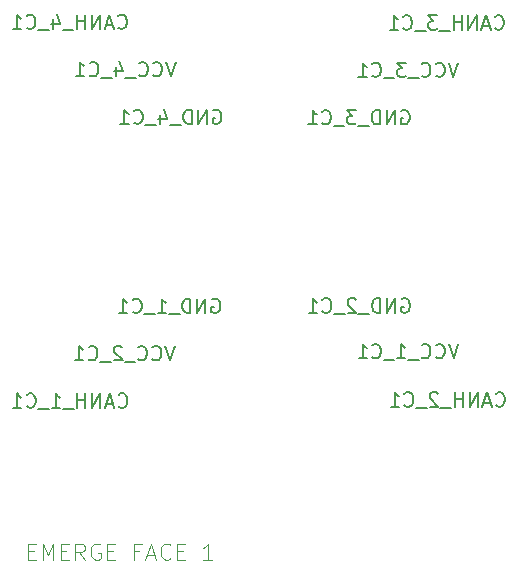
<source format=gbr>
G04 #@! TF.FileFunction,Legend,Bot*
%FSLAX46Y46*%
G04 Gerber Fmt 4.6, Leading zero omitted, Abs format (unit mm)*
G04 Created by KiCad (PCBNEW 4.0.6) date 05/08/17 07:32:33*
%MOMM*%
%LPD*%
G01*
G04 APERTURE LIST*
%ADD10C,0.100000*%
%ADD11C,0.113792*%
%ADD12C,0.127000*%
G04 APERTURE END LIST*
D10*
D11*
X211920833Y-131749140D02*
X212371260Y-131749140D01*
X212564300Y-132456953D02*
X211920833Y-132456953D01*
X211920833Y-131105673D01*
X212564300Y-131105673D01*
X213143420Y-132456953D02*
X213143420Y-131105673D01*
X213593847Y-132070873D01*
X214044274Y-131105673D01*
X214044274Y-132456953D01*
X214687740Y-131749140D02*
X215138167Y-131749140D01*
X215331207Y-132456953D02*
X214687740Y-132456953D01*
X214687740Y-131105673D01*
X215331207Y-131105673D01*
X216682487Y-132456953D02*
X216232061Y-131813487D01*
X215910327Y-132456953D02*
X215910327Y-131105673D01*
X216425101Y-131105673D01*
X216553794Y-131170020D01*
X216618141Y-131234367D01*
X216682487Y-131363060D01*
X216682487Y-131556100D01*
X216618141Y-131684793D01*
X216553794Y-131749140D01*
X216425101Y-131813487D01*
X215910327Y-131813487D01*
X217969421Y-131170020D02*
X217840727Y-131105673D01*
X217647687Y-131105673D01*
X217454647Y-131170020D01*
X217325954Y-131298713D01*
X217261607Y-131427407D01*
X217197261Y-131684793D01*
X217197261Y-131877833D01*
X217261607Y-132135220D01*
X217325954Y-132263913D01*
X217454647Y-132392607D01*
X217647687Y-132456953D01*
X217776381Y-132456953D01*
X217969421Y-132392607D01*
X218033767Y-132328260D01*
X218033767Y-131877833D01*
X217776381Y-131877833D01*
X218612887Y-131749140D02*
X219063314Y-131749140D01*
X219256354Y-132456953D02*
X218612887Y-132456953D01*
X218612887Y-131105673D01*
X219256354Y-131105673D01*
X221315448Y-131749140D02*
X220865021Y-131749140D01*
X220865021Y-132456953D02*
X220865021Y-131105673D01*
X221508488Y-131105673D01*
X221958915Y-132070873D02*
X222602381Y-132070873D01*
X221830221Y-132456953D02*
X222280648Y-131105673D01*
X222731075Y-132456953D01*
X223953661Y-132328260D02*
X223889315Y-132392607D01*
X223696275Y-132456953D01*
X223567581Y-132456953D01*
X223374541Y-132392607D01*
X223245848Y-132263913D01*
X223181501Y-132135220D01*
X223117155Y-131877833D01*
X223117155Y-131684793D01*
X223181501Y-131427407D01*
X223245848Y-131298713D01*
X223374541Y-131170020D01*
X223567581Y-131105673D01*
X223696275Y-131105673D01*
X223889315Y-131170020D01*
X223953661Y-131234367D01*
X224532781Y-131749140D02*
X224983208Y-131749140D01*
X225176248Y-132456953D02*
X224532781Y-132456953D01*
X224532781Y-131105673D01*
X225176248Y-131105673D01*
X227492729Y-132456953D02*
X226720569Y-132456953D01*
X227106649Y-132456953D02*
X227106649Y-131105673D01*
X226977955Y-131298713D01*
X226849262Y-131427407D01*
X226720569Y-131491753D01*
D12*
X224322195Y-114370948D02*
X223920029Y-115577448D01*
X223517862Y-114370948D01*
X222426267Y-115462543D02*
X222483719Y-115519995D01*
X222656076Y-115577448D01*
X222770981Y-115577448D01*
X222943338Y-115519995D01*
X223058243Y-115405090D01*
X223115695Y-115290186D01*
X223173147Y-115060376D01*
X223173147Y-114888019D01*
X223115695Y-114658210D01*
X223058243Y-114543305D01*
X222943338Y-114428400D01*
X222770981Y-114370948D01*
X222656076Y-114370948D01*
X222483719Y-114428400D01*
X222426267Y-114485852D01*
X221219767Y-115462543D02*
X221277219Y-115519995D01*
X221449576Y-115577448D01*
X221564481Y-115577448D01*
X221736838Y-115519995D01*
X221851743Y-115405090D01*
X221909195Y-115290186D01*
X221966647Y-115060376D01*
X221966647Y-114888019D01*
X221909195Y-114658210D01*
X221851743Y-114543305D01*
X221736838Y-114428400D01*
X221564481Y-114370948D01*
X221449576Y-114370948D01*
X221277219Y-114428400D01*
X221219767Y-114485852D01*
X220989957Y-115692352D02*
X220070719Y-115692352D01*
X219840909Y-114485852D02*
X219783457Y-114428400D01*
X219668552Y-114370948D01*
X219381290Y-114370948D01*
X219266386Y-114428400D01*
X219208933Y-114485852D01*
X219151481Y-114600757D01*
X219151481Y-114715662D01*
X219208933Y-114888019D01*
X219898362Y-115577448D01*
X219151481Y-115577448D01*
X218921671Y-115692352D02*
X218002433Y-115692352D01*
X217025743Y-115462543D02*
X217083195Y-115519995D01*
X217255552Y-115577448D01*
X217370457Y-115577448D01*
X217542814Y-115519995D01*
X217657719Y-115405090D01*
X217715171Y-115290186D01*
X217772623Y-115060376D01*
X217772623Y-114888019D01*
X217715171Y-114658210D01*
X217657719Y-114543305D01*
X217542814Y-114428400D01*
X217370457Y-114370948D01*
X217255552Y-114370948D01*
X217083195Y-114428400D01*
X217025743Y-114485852D01*
X215876695Y-115577448D02*
X216566123Y-115577448D01*
X216221409Y-115577448D02*
X216221409Y-114370948D01*
X216336314Y-114543305D01*
X216451219Y-114658210D01*
X216566123Y-114715662D01*
X248318195Y-114195948D02*
X247916029Y-115402448D01*
X247513862Y-114195948D01*
X246422267Y-115287543D02*
X246479719Y-115344995D01*
X246652076Y-115402448D01*
X246766981Y-115402448D01*
X246939338Y-115344995D01*
X247054243Y-115230090D01*
X247111695Y-115115186D01*
X247169147Y-114885376D01*
X247169147Y-114713019D01*
X247111695Y-114483210D01*
X247054243Y-114368305D01*
X246939338Y-114253400D01*
X246766981Y-114195948D01*
X246652076Y-114195948D01*
X246479719Y-114253400D01*
X246422267Y-114310852D01*
X245215767Y-115287543D02*
X245273219Y-115344995D01*
X245445576Y-115402448D01*
X245560481Y-115402448D01*
X245732838Y-115344995D01*
X245847743Y-115230090D01*
X245905195Y-115115186D01*
X245962647Y-114885376D01*
X245962647Y-114713019D01*
X245905195Y-114483210D01*
X245847743Y-114368305D01*
X245732838Y-114253400D01*
X245560481Y-114195948D01*
X245445576Y-114195948D01*
X245273219Y-114253400D01*
X245215767Y-114310852D01*
X244985957Y-115517352D02*
X244066719Y-115517352D01*
X243147481Y-115402448D02*
X243836909Y-115402448D01*
X243492195Y-115402448D02*
X243492195Y-114195948D01*
X243607100Y-114368305D01*
X243722005Y-114483210D01*
X243836909Y-114540662D01*
X242917671Y-115517352D02*
X241998433Y-115517352D01*
X241021743Y-115287543D02*
X241079195Y-115344995D01*
X241251552Y-115402448D01*
X241366457Y-115402448D01*
X241538814Y-115344995D01*
X241653719Y-115230090D01*
X241711171Y-115115186D01*
X241768623Y-114885376D01*
X241768623Y-114713019D01*
X241711171Y-114483210D01*
X241653719Y-114368305D01*
X241538814Y-114253400D01*
X241366457Y-114195948D01*
X241251552Y-114195948D01*
X241079195Y-114253400D01*
X241021743Y-114310852D01*
X239872695Y-115402448D02*
X240562123Y-115402448D01*
X240217409Y-115402448D02*
X240217409Y-114195948D01*
X240332314Y-114368305D01*
X240447219Y-114483210D01*
X240562123Y-114540662D01*
X248315195Y-90379948D02*
X247913029Y-91586448D01*
X247510862Y-90379948D01*
X246419267Y-91471543D02*
X246476719Y-91528995D01*
X246649076Y-91586448D01*
X246763981Y-91586448D01*
X246936338Y-91528995D01*
X247051243Y-91414090D01*
X247108695Y-91299186D01*
X247166147Y-91069376D01*
X247166147Y-90897019D01*
X247108695Y-90667210D01*
X247051243Y-90552305D01*
X246936338Y-90437400D01*
X246763981Y-90379948D01*
X246649076Y-90379948D01*
X246476719Y-90437400D01*
X246419267Y-90494852D01*
X245212767Y-91471543D02*
X245270219Y-91528995D01*
X245442576Y-91586448D01*
X245557481Y-91586448D01*
X245729838Y-91528995D01*
X245844743Y-91414090D01*
X245902195Y-91299186D01*
X245959647Y-91069376D01*
X245959647Y-90897019D01*
X245902195Y-90667210D01*
X245844743Y-90552305D01*
X245729838Y-90437400D01*
X245557481Y-90379948D01*
X245442576Y-90379948D01*
X245270219Y-90437400D01*
X245212767Y-90494852D01*
X244982957Y-91701352D02*
X244063719Y-91701352D01*
X243891362Y-90379948D02*
X243144481Y-90379948D01*
X243546648Y-90839567D01*
X243374290Y-90839567D01*
X243259386Y-90897019D01*
X243201933Y-90954471D01*
X243144481Y-91069376D01*
X243144481Y-91356638D01*
X243201933Y-91471543D01*
X243259386Y-91528995D01*
X243374290Y-91586448D01*
X243719005Y-91586448D01*
X243833909Y-91528995D01*
X243891362Y-91471543D01*
X242914671Y-91701352D02*
X241995433Y-91701352D01*
X241018743Y-91471543D02*
X241076195Y-91528995D01*
X241248552Y-91586448D01*
X241363457Y-91586448D01*
X241535814Y-91528995D01*
X241650719Y-91414090D01*
X241708171Y-91299186D01*
X241765623Y-91069376D01*
X241765623Y-90897019D01*
X241708171Y-90667210D01*
X241650719Y-90552305D01*
X241535814Y-90437400D01*
X241363457Y-90379948D01*
X241248552Y-90379948D01*
X241076195Y-90437400D01*
X241018743Y-90494852D01*
X239869695Y-91586448D02*
X240559123Y-91586448D01*
X240214409Y-91586448D02*
X240214409Y-90379948D01*
X240329314Y-90552305D01*
X240444219Y-90667210D01*
X240559123Y-90724662D01*
X224394195Y-90322948D02*
X223992029Y-91529448D01*
X223589862Y-90322948D01*
X222498267Y-91414543D02*
X222555719Y-91471995D01*
X222728076Y-91529448D01*
X222842981Y-91529448D01*
X223015338Y-91471995D01*
X223130243Y-91357090D01*
X223187695Y-91242186D01*
X223245147Y-91012376D01*
X223245147Y-90840019D01*
X223187695Y-90610210D01*
X223130243Y-90495305D01*
X223015338Y-90380400D01*
X222842981Y-90322948D01*
X222728076Y-90322948D01*
X222555719Y-90380400D01*
X222498267Y-90437852D01*
X221291767Y-91414543D02*
X221349219Y-91471995D01*
X221521576Y-91529448D01*
X221636481Y-91529448D01*
X221808838Y-91471995D01*
X221923743Y-91357090D01*
X221981195Y-91242186D01*
X222038647Y-91012376D01*
X222038647Y-90840019D01*
X221981195Y-90610210D01*
X221923743Y-90495305D01*
X221808838Y-90380400D01*
X221636481Y-90322948D01*
X221521576Y-90322948D01*
X221349219Y-90380400D01*
X221291767Y-90437852D01*
X221061957Y-91644352D02*
X220142719Y-91644352D01*
X219338386Y-90725114D02*
X219338386Y-91529448D01*
X219625648Y-90265495D02*
X219912909Y-91127281D01*
X219166029Y-91127281D01*
X218993671Y-91644352D02*
X218074433Y-91644352D01*
X217097743Y-91414543D02*
X217155195Y-91471995D01*
X217327552Y-91529448D01*
X217442457Y-91529448D01*
X217614814Y-91471995D01*
X217729719Y-91357090D01*
X217787171Y-91242186D01*
X217844623Y-91012376D01*
X217844623Y-90840019D01*
X217787171Y-90610210D01*
X217729719Y-90495305D01*
X217614814Y-90380400D01*
X217442457Y-90322948D01*
X217327552Y-90322948D01*
X217155195Y-90380400D01*
X217097743Y-90437852D01*
X215948695Y-91529448D02*
X216638123Y-91529448D01*
X216293409Y-91529448D02*
X216293409Y-90322948D01*
X216408314Y-90495305D01*
X216523219Y-90610210D01*
X216638123Y-90667662D01*
X243540862Y-110400400D02*
X243655767Y-110342948D01*
X243828124Y-110342948D01*
X244000481Y-110400400D01*
X244115386Y-110515305D01*
X244172838Y-110630210D01*
X244230290Y-110860019D01*
X244230290Y-111032376D01*
X244172838Y-111262186D01*
X244115386Y-111377090D01*
X244000481Y-111491995D01*
X243828124Y-111549448D01*
X243713219Y-111549448D01*
X243540862Y-111491995D01*
X243483410Y-111434543D01*
X243483410Y-111032376D01*
X243713219Y-111032376D01*
X242966338Y-111549448D02*
X242966338Y-110342948D01*
X242276910Y-111549448D01*
X242276910Y-110342948D01*
X241702386Y-111549448D02*
X241702386Y-110342948D01*
X241415124Y-110342948D01*
X241242767Y-110400400D01*
X241127862Y-110515305D01*
X241070410Y-110630210D01*
X241012958Y-110860019D01*
X241012958Y-111032376D01*
X241070410Y-111262186D01*
X241127862Y-111377090D01*
X241242767Y-111491995D01*
X241415124Y-111549448D01*
X241702386Y-111549448D01*
X240783148Y-111664352D02*
X239863910Y-111664352D01*
X239634100Y-110457852D02*
X239576648Y-110400400D01*
X239461743Y-110342948D01*
X239174481Y-110342948D01*
X239059577Y-110400400D01*
X239002124Y-110457852D01*
X238944672Y-110572757D01*
X238944672Y-110687662D01*
X239002124Y-110860019D01*
X239691553Y-111549448D01*
X238944672Y-111549448D01*
X238714862Y-111664352D02*
X237795624Y-111664352D01*
X236818934Y-111434543D02*
X236876386Y-111491995D01*
X237048743Y-111549448D01*
X237163648Y-111549448D01*
X237336005Y-111491995D01*
X237450910Y-111377090D01*
X237508362Y-111262186D01*
X237565814Y-111032376D01*
X237565814Y-110860019D01*
X237508362Y-110630210D01*
X237450910Y-110515305D01*
X237336005Y-110400400D01*
X237163648Y-110342948D01*
X237048743Y-110342948D01*
X236876386Y-110400400D01*
X236818934Y-110457852D01*
X235669886Y-111549448D02*
X236359314Y-111549448D01*
X236014600Y-111549448D02*
X236014600Y-110342948D01*
X236129505Y-110515305D01*
X236244410Y-110630210D01*
X236359314Y-110687662D01*
X227480862Y-110428400D02*
X227595767Y-110370948D01*
X227768124Y-110370948D01*
X227940481Y-110428400D01*
X228055386Y-110543305D01*
X228112838Y-110658210D01*
X228170290Y-110888019D01*
X228170290Y-111060376D01*
X228112838Y-111290186D01*
X228055386Y-111405090D01*
X227940481Y-111519995D01*
X227768124Y-111577448D01*
X227653219Y-111577448D01*
X227480862Y-111519995D01*
X227423410Y-111462543D01*
X227423410Y-111060376D01*
X227653219Y-111060376D01*
X226906338Y-111577448D02*
X226906338Y-110370948D01*
X226216910Y-111577448D01*
X226216910Y-110370948D01*
X225642386Y-111577448D02*
X225642386Y-110370948D01*
X225355124Y-110370948D01*
X225182767Y-110428400D01*
X225067862Y-110543305D01*
X225010410Y-110658210D01*
X224952958Y-110888019D01*
X224952958Y-111060376D01*
X225010410Y-111290186D01*
X225067862Y-111405090D01*
X225182767Y-111519995D01*
X225355124Y-111577448D01*
X225642386Y-111577448D01*
X224723148Y-111692352D02*
X223803910Y-111692352D01*
X222884672Y-111577448D02*
X223574100Y-111577448D01*
X223229386Y-111577448D02*
X223229386Y-110370948D01*
X223344291Y-110543305D01*
X223459196Y-110658210D01*
X223574100Y-110715662D01*
X222654862Y-111692352D02*
X221735624Y-111692352D01*
X220758934Y-111462543D02*
X220816386Y-111519995D01*
X220988743Y-111577448D01*
X221103648Y-111577448D01*
X221276005Y-111519995D01*
X221390910Y-111405090D01*
X221448362Y-111290186D01*
X221505814Y-111060376D01*
X221505814Y-110888019D01*
X221448362Y-110658210D01*
X221390910Y-110543305D01*
X221276005Y-110428400D01*
X221103648Y-110370948D01*
X220988743Y-110370948D01*
X220816386Y-110428400D01*
X220758934Y-110485852D01*
X219609886Y-111577448D02*
X220299314Y-111577448D01*
X219954600Y-111577448D02*
X219954600Y-110370948D01*
X220069505Y-110543305D01*
X220184410Y-110658210D01*
X220299314Y-110715662D01*
X243507862Y-94465400D02*
X243622767Y-94407948D01*
X243795124Y-94407948D01*
X243967481Y-94465400D01*
X244082386Y-94580305D01*
X244139838Y-94695210D01*
X244197290Y-94925019D01*
X244197290Y-95097376D01*
X244139838Y-95327186D01*
X244082386Y-95442090D01*
X243967481Y-95556995D01*
X243795124Y-95614448D01*
X243680219Y-95614448D01*
X243507862Y-95556995D01*
X243450410Y-95499543D01*
X243450410Y-95097376D01*
X243680219Y-95097376D01*
X242933338Y-95614448D02*
X242933338Y-94407948D01*
X242243910Y-95614448D01*
X242243910Y-94407948D01*
X241669386Y-95614448D02*
X241669386Y-94407948D01*
X241382124Y-94407948D01*
X241209767Y-94465400D01*
X241094862Y-94580305D01*
X241037410Y-94695210D01*
X240979958Y-94925019D01*
X240979958Y-95097376D01*
X241037410Y-95327186D01*
X241094862Y-95442090D01*
X241209767Y-95556995D01*
X241382124Y-95614448D01*
X241669386Y-95614448D01*
X240750148Y-95729352D02*
X239830910Y-95729352D01*
X239658553Y-94407948D02*
X238911672Y-94407948D01*
X239313839Y-94867567D01*
X239141481Y-94867567D01*
X239026577Y-94925019D01*
X238969124Y-94982471D01*
X238911672Y-95097376D01*
X238911672Y-95384638D01*
X238969124Y-95499543D01*
X239026577Y-95556995D01*
X239141481Y-95614448D01*
X239486196Y-95614448D01*
X239601100Y-95556995D01*
X239658553Y-95499543D01*
X238681862Y-95729352D02*
X237762624Y-95729352D01*
X236785934Y-95499543D02*
X236843386Y-95556995D01*
X237015743Y-95614448D01*
X237130648Y-95614448D01*
X237303005Y-95556995D01*
X237417910Y-95442090D01*
X237475362Y-95327186D01*
X237532814Y-95097376D01*
X237532814Y-94925019D01*
X237475362Y-94695210D01*
X237417910Y-94580305D01*
X237303005Y-94465400D01*
X237130648Y-94407948D01*
X237015743Y-94407948D01*
X236843386Y-94465400D01*
X236785934Y-94522852D01*
X235636886Y-95614448D02*
X236326314Y-95614448D01*
X235981600Y-95614448D02*
X235981600Y-94407948D01*
X236096505Y-94580305D01*
X236211410Y-94695210D01*
X236326314Y-94752662D01*
X227581862Y-94426400D02*
X227696767Y-94368948D01*
X227869124Y-94368948D01*
X228041481Y-94426400D01*
X228156386Y-94541305D01*
X228213838Y-94656210D01*
X228271290Y-94886019D01*
X228271290Y-95058376D01*
X228213838Y-95288186D01*
X228156386Y-95403090D01*
X228041481Y-95517995D01*
X227869124Y-95575448D01*
X227754219Y-95575448D01*
X227581862Y-95517995D01*
X227524410Y-95460543D01*
X227524410Y-95058376D01*
X227754219Y-95058376D01*
X227007338Y-95575448D02*
X227007338Y-94368948D01*
X226317910Y-95575448D01*
X226317910Y-94368948D01*
X225743386Y-95575448D02*
X225743386Y-94368948D01*
X225456124Y-94368948D01*
X225283767Y-94426400D01*
X225168862Y-94541305D01*
X225111410Y-94656210D01*
X225053958Y-94886019D01*
X225053958Y-95058376D01*
X225111410Y-95288186D01*
X225168862Y-95403090D01*
X225283767Y-95517995D01*
X225456124Y-95575448D01*
X225743386Y-95575448D01*
X224824148Y-95690352D02*
X223904910Y-95690352D01*
X223100577Y-94771114D02*
X223100577Y-95575448D01*
X223387839Y-94311495D02*
X223675100Y-95173281D01*
X222928220Y-95173281D01*
X222755862Y-95690352D02*
X221836624Y-95690352D01*
X220859934Y-95460543D02*
X220917386Y-95517995D01*
X221089743Y-95575448D01*
X221204648Y-95575448D01*
X221377005Y-95517995D01*
X221491910Y-95403090D01*
X221549362Y-95288186D01*
X221606814Y-95058376D01*
X221606814Y-94886019D01*
X221549362Y-94656210D01*
X221491910Y-94541305D01*
X221377005Y-94426400D01*
X221204648Y-94368948D01*
X221089743Y-94368948D01*
X220917386Y-94426400D01*
X220859934Y-94483852D01*
X219710886Y-95575448D02*
X220400314Y-95575448D01*
X220055600Y-95575448D02*
X220055600Y-94368948D01*
X220170505Y-94541305D01*
X220285410Y-94656210D01*
X220400314Y-94713662D01*
X251514410Y-119383543D02*
X251571862Y-119440995D01*
X251744219Y-119498448D01*
X251859124Y-119498448D01*
X252031481Y-119440995D01*
X252146386Y-119326090D01*
X252203838Y-119211186D01*
X252261290Y-118981376D01*
X252261290Y-118809019D01*
X252203838Y-118579210D01*
X252146386Y-118464305D01*
X252031481Y-118349400D01*
X251859124Y-118291948D01*
X251744219Y-118291948D01*
X251571862Y-118349400D01*
X251514410Y-118406852D01*
X251054790Y-119153733D02*
X250480267Y-119153733D01*
X251169695Y-119498448D02*
X250767529Y-118291948D01*
X250365362Y-119498448D01*
X249963195Y-119498448D02*
X249963195Y-118291948D01*
X249273767Y-119498448D01*
X249273767Y-118291948D01*
X248699243Y-119498448D02*
X248699243Y-118291948D01*
X248699243Y-118866471D02*
X248009815Y-118866471D01*
X248009815Y-119498448D02*
X248009815Y-118291948D01*
X247722553Y-119613352D02*
X246803315Y-119613352D01*
X246573505Y-118406852D02*
X246516053Y-118349400D01*
X246401148Y-118291948D01*
X246113886Y-118291948D01*
X245998982Y-118349400D01*
X245941529Y-118406852D01*
X245884077Y-118521757D01*
X245884077Y-118636662D01*
X245941529Y-118809019D01*
X246630958Y-119498448D01*
X245884077Y-119498448D01*
X245654267Y-119613352D02*
X244735029Y-119613352D01*
X243758339Y-119383543D02*
X243815791Y-119440995D01*
X243988148Y-119498448D01*
X244103053Y-119498448D01*
X244275410Y-119440995D01*
X244390315Y-119326090D01*
X244447767Y-119211186D01*
X244505219Y-118981376D01*
X244505219Y-118809019D01*
X244447767Y-118579210D01*
X244390315Y-118464305D01*
X244275410Y-118349400D01*
X244103053Y-118291948D01*
X243988148Y-118291948D01*
X243815791Y-118349400D01*
X243758339Y-118406852D01*
X242609291Y-119498448D02*
X243298719Y-119498448D01*
X242954005Y-119498448D02*
X242954005Y-118291948D01*
X243068910Y-118464305D01*
X243183815Y-118579210D01*
X243298719Y-118636662D01*
X219552410Y-119479543D02*
X219609862Y-119536995D01*
X219782219Y-119594448D01*
X219897124Y-119594448D01*
X220069481Y-119536995D01*
X220184386Y-119422090D01*
X220241838Y-119307186D01*
X220299290Y-119077376D01*
X220299290Y-118905019D01*
X220241838Y-118675210D01*
X220184386Y-118560305D01*
X220069481Y-118445400D01*
X219897124Y-118387948D01*
X219782219Y-118387948D01*
X219609862Y-118445400D01*
X219552410Y-118502852D01*
X219092790Y-119249733D02*
X218518267Y-119249733D01*
X219207695Y-119594448D02*
X218805529Y-118387948D01*
X218403362Y-119594448D01*
X218001195Y-119594448D02*
X218001195Y-118387948D01*
X217311767Y-119594448D01*
X217311767Y-118387948D01*
X216737243Y-119594448D02*
X216737243Y-118387948D01*
X216737243Y-118962471D02*
X216047815Y-118962471D01*
X216047815Y-119594448D02*
X216047815Y-118387948D01*
X215760553Y-119709352D02*
X214841315Y-119709352D01*
X213922077Y-119594448D02*
X214611505Y-119594448D01*
X214266791Y-119594448D02*
X214266791Y-118387948D01*
X214381696Y-118560305D01*
X214496601Y-118675210D01*
X214611505Y-118732662D01*
X213692267Y-119709352D02*
X212773029Y-119709352D01*
X211796339Y-119479543D02*
X211853791Y-119536995D01*
X212026148Y-119594448D01*
X212141053Y-119594448D01*
X212313410Y-119536995D01*
X212428315Y-119422090D01*
X212485767Y-119307186D01*
X212543219Y-119077376D01*
X212543219Y-118905019D01*
X212485767Y-118675210D01*
X212428315Y-118560305D01*
X212313410Y-118445400D01*
X212141053Y-118387948D01*
X212026148Y-118387948D01*
X211853791Y-118445400D01*
X211796339Y-118502852D01*
X210647291Y-119594448D02*
X211336719Y-119594448D01*
X210992005Y-119594448D02*
X210992005Y-118387948D01*
X211106910Y-118560305D01*
X211221815Y-118675210D01*
X211336719Y-118732662D01*
X251420410Y-87469543D02*
X251477862Y-87526995D01*
X251650219Y-87584448D01*
X251765124Y-87584448D01*
X251937481Y-87526995D01*
X252052386Y-87412090D01*
X252109838Y-87297186D01*
X252167290Y-87067376D01*
X252167290Y-86895019D01*
X252109838Y-86665210D01*
X252052386Y-86550305D01*
X251937481Y-86435400D01*
X251765124Y-86377948D01*
X251650219Y-86377948D01*
X251477862Y-86435400D01*
X251420410Y-86492852D01*
X250960790Y-87239733D02*
X250386267Y-87239733D01*
X251075695Y-87584448D02*
X250673529Y-86377948D01*
X250271362Y-87584448D01*
X249869195Y-87584448D02*
X249869195Y-86377948D01*
X249179767Y-87584448D01*
X249179767Y-86377948D01*
X248605243Y-87584448D02*
X248605243Y-86377948D01*
X248605243Y-86952471D02*
X247915815Y-86952471D01*
X247915815Y-87584448D02*
X247915815Y-86377948D01*
X247628553Y-87699352D02*
X246709315Y-87699352D01*
X246536958Y-86377948D02*
X245790077Y-86377948D01*
X246192244Y-86837567D01*
X246019886Y-86837567D01*
X245904982Y-86895019D01*
X245847529Y-86952471D01*
X245790077Y-87067376D01*
X245790077Y-87354638D01*
X245847529Y-87469543D01*
X245904982Y-87526995D01*
X246019886Y-87584448D01*
X246364601Y-87584448D01*
X246479505Y-87526995D01*
X246536958Y-87469543D01*
X245560267Y-87699352D02*
X244641029Y-87699352D01*
X243664339Y-87469543D02*
X243721791Y-87526995D01*
X243894148Y-87584448D01*
X244009053Y-87584448D01*
X244181410Y-87526995D01*
X244296315Y-87412090D01*
X244353767Y-87297186D01*
X244411219Y-87067376D01*
X244411219Y-86895019D01*
X244353767Y-86665210D01*
X244296315Y-86550305D01*
X244181410Y-86435400D01*
X244009053Y-86377948D01*
X243894148Y-86377948D01*
X243721791Y-86435400D01*
X243664339Y-86492852D01*
X242515291Y-87584448D02*
X243204719Y-87584448D01*
X242860005Y-87584448D02*
X242860005Y-86377948D01*
X242974910Y-86550305D01*
X243089815Y-86665210D01*
X243204719Y-86722662D01*
X219532410Y-87408543D02*
X219589862Y-87465995D01*
X219762219Y-87523448D01*
X219877124Y-87523448D01*
X220049481Y-87465995D01*
X220164386Y-87351090D01*
X220221838Y-87236186D01*
X220279290Y-87006376D01*
X220279290Y-86834019D01*
X220221838Y-86604210D01*
X220164386Y-86489305D01*
X220049481Y-86374400D01*
X219877124Y-86316948D01*
X219762219Y-86316948D01*
X219589862Y-86374400D01*
X219532410Y-86431852D01*
X219072790Y-87178733D02*
X218498267Y-87178733D01*
X219187695Y-87523448D02*
X218785529Y-86316948D01*
X218383362Y-87523448D01*
X217981195Y-87523448D02*
X217981195Y-86316948D01*
X217291767Y-87523448D01*
X217291767Y-86316948D01*
X216717243Y-87523448D02*
X216717243Y-86316948D01*
X216717243Y-86891471D02*
X216027815Y-86891471D01*
X216027815Y-87523448D02*
X216027815Y-86316948D01*
X215740553Y-87638352D02*
X214821315Y-87638352D01*
X214016982Y-86719114D02*
X214016982Y-87523448D01*
X214304244Y-86259495D02*
X214591505Y-87121281D01*
X213844625Y-87121281D01*
X213672267Y-87638352D02*
X212753029Y-87638352D01*
X211776339Y-87408543D02*
X211833791Y-87465995D01*
X212006148Y-87523448D01*
X212121053Y-87523448D01*
X212293410Y-87465995D01*
X212408315Y-87351090D01*
X212465767Y-87236186D01*
X212523219Y-87006376D01*
X212523219Y-86834019D01*
X212465767Y-86604210D01*
X212408315Y-86489305D01*
X212293410Y-86374400D01*
X212121053Y-86316948D01*
X212006148Y-86316948D01*
X211833791Y-86374400D01*
X211776339Y-86431852D01*
X210627291Y-87523448D02*
X211316719Y-87523448D01*
X210972005Y-87523448D02*
X210972005Y-86316948D01*
X211086910Y-86489305D01*
X211201815Y-86604210D01*
X211316719Y-86661662D01*
M02*

</source>
